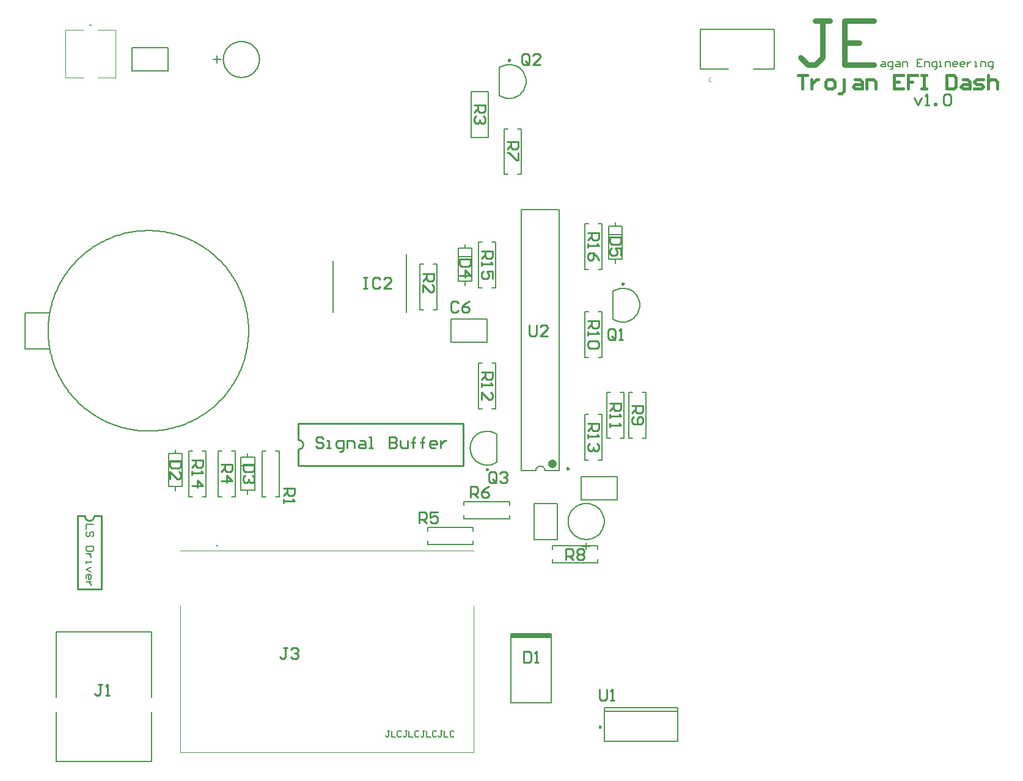
<source format=gto>
G04*
G04 #@! TF.GenerationSoftware,Altium Limited,Altium Designer,21.6.1 (37)*
G04*
G04 Layer_Color=65535*
%FSAX24Y24*%
%MOIN*%
G70*
G04*
G04 #@! TF.SameCoordinates,F5C88182-2F8C-44A9-A90F-F64FCCDA4292*
G04*
G04*
G04 #@! TF.FilePolarity,Positive*
G04*
G01*
G75*
%ADD10C,0.0079*%
%ADD11C,0.0000*%
%ADD12C,0.0098*%
%ADD13C,0.0236*%
%ADD14C,0.0100*%
%ADD15C,0.0039*%
%ADD16C,0.0060*%
%ADD17C,0.0070*%
%ADD18C,0.0150*%
%ADD19C,0.0300*%
%ADD20C,0.0059*%
%ADD21R,0.2205X0.0315*%
G54D10*
X015105Y014872D02*
X015026D01*
X015105D01*
X016785Y026600D02*
X016784Y026700D01*
X016781Y026800D01*
X016777Y026900D01*
X016770Y027000D01*
X016762Y027100D01*
X016752Y027199D01*
X016740Y027299D01*
X016726Y027398D01*
X016711Y027497D01*
X016694Y027596D01*
X016674Y027694D01*
X016653Y027792D01*
X016631Y027889D01*
X016606Y027986D01*
X016580Y028083D01*
X016552Y028179D01*
X016522Y028274D01*
X016491Y028370D01*
X016457Y028464D01*
X016422Y028558D01*
X016386Y028651D01*
X016347Y028743D01*
X016307Y028835D01*
X016265Y028926D01*
X016222Y029016D01*
X016177Y029106D01*
X016130Y029194D01*
X016082Y029282D01*
X016032Y029369D01*
X015980Y029454D01*
X015927Y029539D01*
X015873Y029623D01*
X015817Y029706D01*
X015759Y029788D01*
X015700Y029869D01*
X015639Y029948D01*
X015577Y030027D01*
X015514Y030104D01*
X015449Y030181D01*
X015382Y030256D01*
X015315Y030329D01*
X015246Y030402D01*
X015175Y030473D01*
X015104Y030543D01*
X015031Y030612D01*
X014957Y030679D01*
X014882Y030745D01*
X014805Y030810D01*
X014727Y030873D01*
X014649Y030934D01*
X014569Y030995D01*
X014488Y031053D01*
X014405Y031111D01*
X014322Y031166D01*
X014238Y031221D01*
X014153Y031273D01*
X014067Y031324D01*
X013980Y031374D01*
X013892Y031422D01*
X013803Y031468D01*
X013714Y031513D01*
X013623Y031556D01*
X013532Y031597D01*
X013440Y031637D01*
X013348Y031675D01*
X013254Y031711D01*
X013160Y031746D01*
X013066Y031779D01*
X012971Y031810D01*
X012875Y031839D01*
X012779Y031867D01*
X012682Y031893D01*
X012585Y031917D01*
X012487Y031939D01*
X012389Y031959D01*
X012291Y031978D01*
X012192Y031995D01*
X012093Y032010D01*
X011994Y032023D01*
X011895Y032035D01*
X011795Y032044D01*
X011695Y032052D01*
X011595Y032058D01*
X011495Y032062D01*
X011395Y032064D01*
X011295Y032065D01*
X011195Y032064D01*
X011095Y032060D01*
X010995Y032055D01*
X010895Y032048D01*
X010795Y032040D01*
X010696Y032029D01*
X010596Y032017D01*
X010497Y032003D01*
X010398Y031987D01*
X010300Y031969D01*
X010202Y031949D01*
X010104Y031928D01*
X010007Y031905D01*
X009910Y031880D01*
X009813Y031853D01*
X009717Y031825D01*
X009622Y031794D01*
X009527Y031762D01*
X009433Y031729D01*
X009339Y031693D01*
X009246Y031656D01*
X009154Y031617D01*
X009062Y031577D01*
X008971Y031535D01*
X008881Y031491D01*
X008792Y031445D01*
X008704Y031398D01*
X008616Y031349D01*
X008530Y031299D01*
X008444Y031247D01*
X008360Y031194D01*
X008276Y031139D01*
X008193Y031082D01*
X008112Y031024D01*
X008031Y030965D01*
X007952Y030904D01*
X007874Y030841D01*
X007797Y030777D01*
X007721Y030712D01*
X007646Y030646D01*
X007572Y030578D01*
X007500Y030508D01*
X007429Y030438D01*
X007360Y030366D01*
X007291Y030293D01*
X007224Y030218D01*
X007159Y030143D01*
X007095Y030066D01*
X007032Y029988D01*
X006970Y029909D01*
X006911Y029828D01*
X006852Y029747D01*
X006795Y029665D01*
X006740Y029581D01*
X006686Y029497D01*
X006634Y029412D01*
X006583Y029325D01*
X006534Y029238D01*
X006486Y029150D01*
X006440Y029061D01*
X006396Y028971D01*
X006354Y028881D01*
X006313Y028789D01*
X006273Y028697D01*
X006236Y028604D01*
X006200Y028511D01*
X006166Y028417D01*
X006133Y028322D01*
X006103Y028227D01*
X006074Y028131D01*
X006047Y028035D01*
X006021Y027938D01*
X005998Y027840D01*
X005976Y027743D01*
X005956Y027645D01*
X005938Y027546D01*
X005921Y027448D01*
X005907Y027348D01*
X005894Y027249D01*
X005883Y027150D01*
X005874Y027050D01*
X005866Y026950D01*
X005861Y026850D01*
X005857Y026750D01*
X005855Y026650D01*
Y026550D01*
X005857Y026450D01*
X005861Y026350D01*
X005866Y026250D01*
X005874Y026150D01*
X005883Y026050D01*
X005894Y025951D01*
X005906Y025852D01*
X005921Y025753D01*
X005938Y025654D01*
X005956Y025555D01*
X005976Y025457D01*
X005998Y025360D01*
X006021Y025262D01*
X006047Y025165D01*
X006074Y025069D01*
X006103Y024973D01*
X006133Y024878D01*
X006166Y024783D01*
X006200Y024689D01*
X006236Y024596D01*
X006273Y024503D01*
X006313Y024411D01*
X006354Y024319D01*
X006396Y024229D01*
X006440Y024139D01*
X006486Y024050D01*
X006534Y023962D01*
X006583Y023875D01*
X006634Y023788D01*
X006686Y023703D01*
X006740Y023619D01*
X006795Y023535D01*
X006852Y023453D01*
X006911Y023372D01*
X006970Y023291D01*
X007032Y023212D01*
X007094Y023134D01*
X007159Y023057D01*
X007224Y022982D01*
X007291Y022907D01*
X007360Y022834D01*
X007429Y022762D01*
X007500Y022692D01*
X007572Y022622D01*
X007646Y022554D01*
X007721Y022488D01*
X007796Y022423D01*
X007874Y022359D01*
X007952Y022296D01*
X008031Y022235D01*
X008112Y022176D01*
X008193Y022118D01*
X008276Y022061D01*
X008360Y022006D01*
X008444Y021953D01*
X008530Y021901D01*
X008616Y021851D01*
X008704Y021802D01*
X008792Y021755D01*
X008881Y021709D01*
X008971Y021665D01*
X009062Y021623D01*
X009154Y021583D01*
X009246Y021544D01*
X009339Y021507D01*
X009433Y021471D01*
X009527Y021438D01*
X009622Y021406D01*
X009717Y021375D01*
X009813Y021347D01*
X009910Y021320D01*
X010007Y021295D01*
X010104Y021272D01*
X010202Y021251D01*
X010300Y021231D01*
X010398Y021213D01*
X010497Y021197D01*
X010596Y021183D01*
X010696Y021171D01*
X010795Y021160D01*
X010895Y021152D01*
X010995Y021145D01*
X011095Y021140D01*
X011195Y021136D01*
X011295Y021135D01*
X011395Y021136D01*
X011495Y021138D01*
X011595Y021142D01*
X011695Y021148D01*
X011795Y021156D01*
X011895Y021165D01*
X011994Y021177D01*
X012093Y021190D01*
X012192Y021205D01*
X012291Y021222D01*
X012389Y021241D01*
X012487Y021261D01*
X012585Y021283D01*
X012682Y021307D01*
X012779Y021333D01*
X012875Y021361D01*
X012971Y021390D01*
X013066Y021421D01*
X013160Y021454D01*
X013254Y021489D01*
X013348Y021525D01*
X013440Y021563D01*
X013532Y021603D01*
X013623Y021644D01*
X013714Y021687D01*
X013803Y021732D01*
X013892Y021778D01*
X013980Y021826D01*
X014067Y021876D01*
X014153Y021927D01*
X014238Y021979D01*
X014322Y022034D01*
X014405Y022089D01*
X014488Y022147D01*
X014569Y022205D01*
X014648Y022266D01*
X014727Y022327D01*
X014805Y022390D01*
X014882Y022455D01*
X014957Y022521D01*
X015031Y022588D01*
X015104Y022657D01*
X015175Y022727D01*
X015246Y022798D01*
X015315Y022871D01*
X015382Y022944D01*
X015449Y023019D01*
X015514Y023096D01*
X015577Y023173D01*
X015639Y023252D01*
X015700Y023331D01*
X015759Y023412D01*
X015816Y023494D01*
X015873Y023577D01*
X015927Y023661D01*
X015980Y023746D01*
X016032Y023831D01*
X016082Y023918D01*
X016130Y024006D01*
X016177Y024094D01*
X016222Y024184D01*
X016265Y024274D01*
X016307Y024365D01*
X016347Y024457D01*
X016386Y024549D01*
X016422Y024642D01*
X016457Y024736D01*
X016491Y024830D01*
X016522Y024925D01*
X016552Y025021D01*
X016580Y025117D01*
X016606Y025214D01*
X016631Y025311D01*
X016653Y025408D01*
X016674Y025506D01*
X016694Y025604D01*
X016711Y025703D01*
X016726Y025802D01*
X016740Y025901D01*
X016752Y026000D01*
X016762Y026100D01*
X016770Y026200D01*
X016777Y026300D01*
X016781Y026400D01*
X016784Y026500D01*
X016785Y026600D01*
X008111Y043291D02*
X008189D01*
X008111D01*
X032950Y018974D02*
X032931Y019070D01*
X032877Y019151D01*
X032796Y019205D01*
X032700Y019224D01*
X032604Y019205D01*
X032523Y019151D01*
X032469Y019070D01*
X032450Y018974D01*
X017378Y041400D02*
X017373Y041500D01*
X017358Y041598D01*
X017333Y041695D01*
X017298Y041788D01*
X017254Y041878D01*
X017202Y041962D01*
X017141Y042041D01*
X017072Y042113D01*
X016996Y042178D01*
X016914Y042235D01*
X016827Y042284D01*
X016736Y042323D01*
X016640Y042353D01*
X016543Y042373D01*
X016444Y042383D01*
X016344D01*
X016245Y042373D01*
X016147Y042353D01*
X016052Y042323D01*
X015960Y042284D01*
X015873Y042235D01*
X015791Y042178D01*
X015716Y042113D01*
X015647Y042041D01*
X015586Y041962D01*
X015533Y041878D01*
X015489Y041788D01*
X015455Y041695D01*
X015430Y041598D01*
X015415Y041500D01*
X015409Y041400D01*
X015415Y041300D01*
X015430Y041202D01*
X015455Y041105D01*
X015489Y041012D01*
X015533Y040922D01*
X015586Y040838D01*
X015647Y040759D01*
X015716Y040687D01*
X015791Y040622D01*
X015873Y040565D01*
X015960Y040516D01*
X016052Y040477D01*
X016147Y040447D01*
X016245Y040427D01*
X016344Y040417D01*
X016444D01*
X016543Y040427D01*
X016640Y040447D01*
X016736Y040477D01*
X016827Y040516D01*
X016914Y040565D01*
X016996Y040622D01*
X017072Y040687D01*
X017141Y040759D01*
X017202Y040838D01*
X017254Y040922D01*
X017298Y041012D01*
X017333Y041105D01*
X017358Y041202D01*
X017373Y041300D01*
X017378Y041400D01*
X030326Y020961D02*
X030240Y021014D01*
X030149Y021057D01*
X030054Y021090D01*
X029956Y021112D01*
X029856Y021124D01*
X029755Y021124D01*
X029655Y021114D01*
X029557Y021093D01*
X029462Y021061D01*
X029370Y021019D01*
X029284Y020968D01*
X029203Y020907D01*
X029130Y020838D01*
X029065Y020762D01*
X029008Y020679D01*
X028961Y020590D01*
X028924Y020496D01*
X028897Y020400D01*
X028880Y020300D01*
X028875Y020200D01*
X028880Y020099D01*
X028897Y020000D01*
X028924Y019903D01*
X028961Y019810D01*
X029008Y019721D01*
X029065Y019638D01*
X029130Y019562D01*
X029204Y019493D01*
X029284Y019432D01*
X029370Y019381D01*
X029462Y019339D01*
X029557Y019307D01*
X029655Y019286D01*
X029755Y019276D01*
X029856Y019276D01*
X029956Y019288D01*
X030054Y019310D01*
X030149Y019343D01*
X030240Y019386D01*
X030326Y019439D01*
X030474Y039439D02*
X030560Y039386D01*
X030651Y039343D01*
X030746Y039310D01*
X030844Y039288D01*
X030944Y039276D01*
X031045Y039276D01*
X031145Y039286D01*
X031243Y039307D01*
X031338Y039339D01*
X031430Y039381D01*
X031516Y039432D01*
X031597Y039493D01*
X031670Y039562D01*
X031735Y039638D01*
X031792Y039721D01*
X031839Y039810D01*
X031876Y039904D01*
X031903Y040000D01*
X031920Y040100D01*
X031925Y040200D01*
X031920Y040300D01*
X031903Y040400D01*
X031876Y040497D01*
X031839Y040590D01*
X031792Y040679D01*
X031735Y040762D01*
X031670Y040838D01*
X031597Y040907D01*
X031516Y040968D01*
X031430Y041019D01*
X031338Y041061D01*
X031243Y041093D01*
X031145Y041114D01*
X031045Y041124D01*
X030944Y041123D01*
X030844Y041112D01*
X030746Y041090D01*
X030651Y041057D01*
X030560Y041014D01*
X030474Y040961D01*
X036674Y027239D02*
X036760Y027186D01*
X036851Y027143D01*
X036946Y027110D01*
X037044Y027088D01*
X037144Y027076D01*
X037245Y027076D01*
X037345Y027086D01*
X037443Y027107D01*
X037538Y027139D01*
X037630Y027181D01*
X037716Y027232D01*
X037797Y027293D01*
X037870Y027362D01*
X037935Y027438D01*
X037992Y027521D01*
X038039Y027610D01*
X038076Y027704D01*
X038103Y027800D01*
X038120Y027900D01*
X038125Y028000D01*
X038120Y028101D01*
X038103Y028200D01*
X038076Y028297D01*
X038039Y028390D01*
X037992Y028479D01*
X037935Y028562D01*
X037870Y028638D01*
X037796Y028707D01*
X037716Y028768D01*
X037630Y028819D01*
X037538Y028861D01*
X037443Y028893D01*
X037345Y028914D01*
X037245Y028924D01*
X037144Y028923D01*
X037044Y028912D01*
X036946Y028890D01*
X036851Y028857D01*
X036760Y028814D01*
X036674Y028761D01*
X036184Y016200D02*
X036179Y016300D01*
X036164Y016398D01*
X036139Y016495D01*
X036104Y016588D01*
X036061Y016678D01*
X036008Y016762D01*
X035947Y016841D01*
X035878Y016913D01*
X035802Y016978D01*
X035721Y017035D01*
X035633Y017084D01*
X035542Y017123D01*
X035447Y017153D01*
X035349Y017173D01*
X035250Y017183D01*
X035150D01*
X035051Y017173D01*
X034953Y017153D01*
X034858Y017123D01*
X034767Y017084D01*
X034679Y017035D01*
X034598Y016978D01*
X034522Y016913D01*
X034453Y016841D01*
X034392Y016762D01*
X034339Y016678D01*
X034296Y016588D01*
X034261Y016495D01*
X034236Y016398D01*
X034221Y016300D01*
X034216Y016200D01*
X034221Y016100D01*
X034236Y016002D01*
X034261Y015905D01*
X034296Y015812D01*
X034339Y015722D01*
X034392Y015638D01*
X034453Y015559D01*
X034522Y015487D01*
X034598Y015422D01*
X034679Y015365D01*
X034767Y015316D01*
X034858Y015277D01*
X034953Y015247D01*
X035051Y015227D01*
X035150Y015217D01*
X035250D01*
X035349Y015227D01*
X035447Y015247D01*
X035542Y015277D01*
X035633Y015316D01*
X035721Y015365D01*
X035802Y015422D01*
X035878Y015487D01*
X035947Y015559D01*
X036008Y015638D01*
X036061Y015722D01*
X036104Y015812D01*
X036139Y015905D01*
X036164Y016002D01*
X036179Y016100D01*
X036184Y016200D01*
X004595Y027584D02*
X005934D01*
X004595Y025616D02*
Y027584D01*
Y025616D02*
X005934D01*
X036192Y004197D02*
Y006047D01*
X040208Y004197D02*
Y006047D01*
X036192Y004197D02*
X040208D01*
X036192Y006047D02*
X040208D01*
X036192Y005850D02*
X040208D01*
X031657Y033226D02*
X033743D01*
X031657Y018974D02*
X032450D01*
X032950D02*
X033743D01*
X031657D02*
Y033226D01*
X033743Y018974D02*
Y033226D01*
X021400Y027600D02*
Y030400D01*
X025400Y027600D02*
Y030766D01*
X011498Y006601D02*
Y010184D01*
Y003098D02*
Y005799D01*
X006302Y003098D02*
Y005799D01*
Y003098D02*
X011498D01*
X006302Y010184D02*
X011498D01*
X006302Y006601D02*
Y010184D01*
X028928Y039640D02*
X029872D01*
Y037160D02*
Y039640D01*
X028928Y037160D02*
Y039640D01*
Y037160D02*
X029872D01*
X031098Y006310D02*
X033302D01*
X031098D02*
Y010090D01*
X033302Y006310D02*
Y010090D01*
X029784Y025970D02*
Y027230D01*
X027816D02*
X029784D01*
X027816Y025970D02*
Y027230D01*
Y025970D02*
X029784D01*
X036452Y031849D02*
X037148D01*
X036800Y030293D02*
Y030502D01*
Y032298D02*
Y032507D01*
X036424Y032298D02*
X037176D01*
X036424Y030502D02*
Y032298D01*
Y030502D02*
X037176D01*
Y032298D01*
X030326Y019439D02*
Y020961D01*
X035128Y029960D02*
Y032440D01*
X036072Y029960D02*
Y032440D01*
X035865D02*
X036072D01*
X035128Y029960D02*
X035335D01*
X035128Y032440D02*
X035335D01*
X035865Y029960D02*
X036072D01*
X030272Y022360D02*
Y024840D01*
X029328Y022360D02*
Y024840D01*
Y022360D02*
X029535D01*
X030065Y024840D02*
X030272D01*
X030065Y022360D02*
X030272D01*
X029328Y024840D02*
X029535D01*
X014472Y017560D02*
Y020040D01*
X013528Y017560D02*
Y020040D01*
Y017560D02*
X013735D01*
X014265Y020040D02*
X014472D01*
X014265Y017560D02*
X014472D01*
X013528Y020040D02*
X013735D01*
X030474Y039439D02*
Y040961D01*
X036674Y027239D02*
Y028761D01*
X035128Y025160D02*
Y027640D01*
X036072Y025160D02*
Y027640D01*
X035865D02*
X036072D01*
X035128Y025160D02*
X035335D01*
X035128Y027640D02*
X035335D01*
X035865Y025160D02*
X036072D01*
X037528Y020760D02*
Y023240D01*
X038472Y020760D02*
Y023240D01*
X038265D02*
X038472D01*
X037528Y020760D02*
X037735D01*
X037528Y023240D02*
X037735D01*
X038265Y020760D02*
X038472D01*
X037272D02*
Y023240D01*
X036328Y020760D02*
Y023240D01*
Y020760D02*
X036535D01*
X037065Y023240D02*
X037272D01*
X037065Y020760D02*
X037272D01*
X036328Y023240D02*
X036535D01*
X036072Y019560D02*
Y022040D01*
X035128Y019560D02*
Y022040D01*
Y019560D02*
X035335D01*
X035865Y022040D02*
X036072D01*
X035865Y019560D02*
X036072D01*
X035128Y022040D02*
X035335D01*
X016394Y019249D02*
X017091D01*
X016743Y017693D02*
Y017902D01*
Y019698D02*
Y019907D01*
X016367Y019698D02*
X017119D01*
X016367Y017902D02*
Y019698D01*
Y017902D02*
X017119D01*
Y019698D01*
X012452Y019449D02*
X013148D01*
X012800Y017893D02*
Y018102D01*
Y019898D02*
Y020107D01*
X012424Y019898D02*
X013176D01*
X012424Y018102D02*
Y019898D01*
Y018102D02*
X013176D01*
Y019898D01*
X033360Y014872D02*
X035840D01*
X033360Y013928D02*
X035840D01*
Y014135D01*
X033360Y014665D02*
Y014872D01*
X035840Y014665D02*
Y014872D01*
X033360Y013928D02*
Y014135D01*
X028252Y030649D02*
X028948D01*
X028600Y029093D02*
Y029302D01*
Y031098D02*
Y031307D01*
X028224Y031098D02*
X028976D01*
X028224Y029302D02*
Y031098D01*
Y029302D02*
X028976D01*
Y031098D01*
X029328Y028960D02*
Y031440D01*
X030272Y028960D02*
Y031440D01*
X030065D02*
X030272D01*
X029328Y028960D02*
X029535D01*
X029328Y031440D02*
X029535D01*
X030065Y028960D02*
X030272D01*
X032370Y015216D02*
X033630D01*
Y017184D01*
X032370D02*
X033630D01*
X032370Y015216D02*
Y017184D01*
X015128Y020040D02*
X015335D01*
X015865Y017560D02*
X016072D01*
X015865Y020040D02*
X016072D01*
X015128Y017560D02*
X015335D01*
X015128D02*
Y020040D01*
X016072Y017560D02*
Y020040D01*
X018265Y017560D02*
X018472D01*
X017528Y020040D02*
X017735D01*
X017528Y017560D02*
X017735D01*
X018265Y020040D02*
X018472D01*
Y017560D02*
Y020040D01*
X017528Y017560D02*
Y020040D01*
X026865Y027760D02*
X027072D01*
X026128Y030240D02*
X026335D01*
X026128Y027760D02*
X026335D01*
X026865Y030240D02*
X027072D01*
Y027760D02*
Y030240D01*
X026128Y027760D02*
Y030240D01*
X030728Y035131D02*
Y037612D01*
X031672Y035131D02*
Y037612D01*
X031465D02*
X031672D01*
X030728Y035131D02*
X030935D01*
X030728Y037612D02*
X030935D01*
X031465Y035131D02*
X031672D01*
X010416Y040770D02*
Y042030D01*
Y040770D02*
X012384D01*
Y042030D01*
X010416D02*
X012384D01*
X026560Y014928D02*
X029040D01*
X026560Y015872D02*
X029040D01*
X026560Y015665D02*
Y015872D01*
X029040Y014928D02*
Y015135D01*
X026560Y014928D02*
Y015135D01*
X029040Y015665D02*
Y015872D01*
X028531Y016328D02*
X031012D01*
X028531Y017272D02*
X031012D01*
X028531Y017065D02*
Y017272D01*
X031012Y016328D02*
Y016535D01*
X028531Y016328D02*
Y016535D01*
X031012Y017065D02*
Y017272D01*
X034924Y017370D02*
Y018630D01*
Y017370D02*
X036892D01*
Y018630D01*
X034924D02*
X036892D01*
G54D11*
X041971Y040440D02*
X041899Y040355D01*
X041907Y040244D01*
X041989Y040170D01*
G54D12*
X035985Y005000D02*
X035912Y005043D01*
Y004957D01*
X035985Y005000D01*
X034249Y019088D02*
X034175Y019131D01*
Y019046D01*
X034249Y019088D01*
X029849Y019039D02*
X029775Y019081D01*
Y018996D01*
X029849Y019039D01*
X031049Y041361D02*
X030975Y041404D01*
Y041319D01*
X031049Y041361D01*
X037249Y029161D02*
X037175Y029204D01*
Y029119D01*
X037249Y029161D01*
G54D13*
X033468Y019368D02*
X033423Y019460D01*
X033323Y019483D01*
X033243Y019419D01*
Y019316D01*
X033323Y019253D01*
X033423Y019275D01*
X033468Y019368D01*
G54D14*
X019500Y020150D02*
X019596Y020169D01*
X019677Y020223D01*
X019731Y020304D01*
X019750Y020400D01*
X019731Y020496D01*
X019677Y020577D01*
X019596Y020631D01*
X019500Y020650D01*
X007850Y016500D02*
X007869Y016404D01*
X007923Y016323D01*
X008004Y016269D01*
X008100Y016250D01*
X008196Y016269D01*
X008277Y016323D01*
X008331Y016404D01*
X008350Y016500D01*
X019500Y019250D02*
X028500D01*
Y021550D01*
X019500D02*
X028500D01*
X019500Y020650D02*
Y021550D01*
Y019250D02*
Y020150D01*
X007450Y012500D02*
Y016500D01*
Y012500D02*
X008750D01*
Y016500D01*
X008350D02*
X008750D01*
X007450D02*
X007850D01*
X053100Y039300D02*
X053300Y038900D01*
X053500Y039300D01*
X053700Y038900D02*
X053900D01*
X053800D01*
Y039500D01*
X053700Y039400D01*
X054200Y038900D02*
Y039000D01*
X054300D01*
Y038900D01*
X054200D01*
X054699Y039400D02*
X054799Y039500D01*
X054999D01*
X055099Y039400D01*
Y039000D01*
X054999Y038900D01*
X054799D01*
X054699Y039000D01*
Y039400D01*
X018900Y009300D02*
X018700D01*
X018800D01*
Y008800D01*
X018700Y008700D01*
X018600D01*
X018500Y008800D01*
X019100Y009200D02*
X019200Y009300D01*
X019400D01*
X019500Y009200D01*
Y009100D01*
X019400Y009000D01*
X019300D01*
X019400D01*
X019500Y008900D01*
Y008800D01*
X019400Y008700D01*
X019200D01*
X019100Y008800D01*
X035940Y007060D02*
Y006560D01*
X036040Y006460D01*
X036240D01*
X036340Y006560D01*
Y007060D01*
X036540Y006460D02*
X036740D01*
X036640D01*
Y007060D01*
X036540Y006960D01*
X032100Y026900D02*
Y026400D01*
X032200Y026300D01*
X032400D01*
X032500Y026400D01*
Y026900D01*
X033100Y026300D02*
X032700D01*
X033100Y026700D01*
Y026800D01*
X033000Y026900D01*
X032800D01*
X032700Y026800D01*
X023050Y029500D02*
X023250D01*
X023150D01*
Y028900D01*
X023050D01*
X023250D01*
X023950Y029400D02*
X023850Y029500D01*
X023650D01*
X023550Y029400D01*
Y029000D01*
X023650Y028900D01*
X023850D01*
X023950Y029000D01*
X024550Y028900D02*
X024150D01*
X024550Y029300D01*
Y029400D01*
X024450Y029500D01*
X024250D01*
X024150Y029400D01*
X008800Y007300D02*
X008600D01*
X008700D01*
Y006800D01*
X008600Y006700D01*
X008500D01*
X008400Y006800D01*
X009000Y006700D02*
X009200D01*
X009100D01*
Y007300D01*
X009000Y007200D01*
X029100Y038900D02*
X029700D01*
Y038600D01*
X029600Y038500D01*
X029400D01*
X029300Y038600D01*
Y038900D01*
Y038700D02*
X029100Y038500D01*
X029600Y038300D02*
X029700Y038200D01*
Y038000D01*
X029600Y037900D01*
X029500D01*
X029400Y038000D01*
Y038100D01*
Y038000D01*
X029300Y037900D01*
X029200D01*
X029100Y038000D01*
Y038200D01*
X029200Y038300D01*
X020851Y020700D02*
X020751Y020800D01*
X020551D01*
X020451Y020700D01*
Y020600D01*
X020551Y020500D01*
X020751D01*
X020851Y020400D01*
Y020300D01*
X020751Y020200D01*
X020551D01*
X020451Y020300D01*
X021051Y020200D02*
X021251D01*
X021151D01*
Y020600D01*
X021051D01*
X021751Y020000D02*
X021851D01*
X021951Y020100D01*
Y020600D01*
X021651D01*
X021551Y020500D01*
Y020300D01*
X021651Y020200D01*
X021951D01*
X022151D02*
Y020600D01*
X022450D01*
X022550Y020500D01*
Y020200D01*
X022850Y020600D02*
X023050D01*
X023150Y020500D01*
Y020200D01*
X022850D01*
X022750Y020300D01*
X022850Y020400D01*
X023150D01*
X023350Y020200D02*
X023550D01*
X023450D01*
Y020800D01*
X023350D01*
X024450D02*
Y020200D01*
X024750D01*
X024850Y020300D01*
Y020400D01*
X024750Y020500D01*
X024450D01*
X024750D01*
X024850Y020600D01*
Y020700D01*
X024750Y020800D01*
X024450D01*
X025050Y020600D02*
Y020300D01*
X025150Y020200D01*
X025450D01*
Y020600D01*
X025749Y020200D02*
Y020700D01*
Y020500D01*
X025649D01*
X025849D01*
X025749D01*
Y020700D01*
X025849Y020800D01*
X026249Y020200D02*
Y020700D01*
Y020500D01*
X026149D01*
X026349D01*
X026249D01*
Y020700D01*
X026349Y020800D01*
X026949Y020200D02*
X026749D01*
X026649Y020300D01*
Y020500D01*
X026749Y020600D01*
X026949D01*
X027049Y020500D01*
Y020400D01*
X026649D01*
X027249Y020600D02*
Y020200D01*
Y020400D01*
X027349Y020500D01*
X027449Y020600D01*
X027549D01*
X031800Y009100D02*
Y008500D01*
X032100D01*
X032200Y008600D01*
Y009000D01*
X032100Y009100D01*
X031800D01*
X032400Y008500D02*
X032600D01*
X032500D01*
Y009100D01*
X032400Y009000D01*
X028240Y028110D02*
X028140Y028210D01*
X027940D01*
X027840Y028110D01*
Y027710D01*
X027940Y027610D01*
X028140D01*
X028240Y027710D01*
X028840Y028210D02*
X028640Y028110D01*
X028440Y027910D01*
Y027710D01*
X028540Y027610D01*
X028740D01*
X028840Y027710D01*
Y027810D01*
X028740Y027910D01*
X028440D01*
X037100Y031700D02*
X036500D01*
Y031400D01*
X036600Y031300D01*
X037000D01*
X037100Y031400D01*
Y031700D01*
Y030700D02*
Y031100D01*
X036800D01*
X036900Y030900D01*
Y030800D01*
X036800Y030700D01*
X036600D01*
X036500Y030800D01*
Y031000D01*
X036600Y031100D01*
X030300Y018400D02*
Y018800D01*
X030200Y018900D01*
X030000D01*
X029900Y018800D01*
Y018400D01*
X030000Y018300D01*
X030200D01*
X030100Y018500D02*
X030300Y018300D01*
X030200D02*
X030300Y018400D01*
X030500Y018800D02*
X030600Y018900D01*
X030800D01*
X030900Y018800D01*
Y018700D01*
X030800Y018600D01*
X030700D01*
X030800D01*
X030900Y018500D01*
Y018400D01*
X030800Y018300D01*
X030600D01*
X030500Y018400D01*
X035300Y031950D02*
X035900D01*
Y031650D01*
X035800Y031550D01*
X035600D01*
X035500Y031650D01*
Y031950D01*
Y031750D02*
X035300Y031550D01*
Y031350D02*
Y031150D01*
Y031250D01*
X035900D01*
X035800Y031350D01*
X035900Y030450D02*
X035800Y030650D01*
X035600Y030850D01*
X035400D01*
X035300Y030750D01*
Y030550D01*
X035400Y030450D01*
X035500D01*
X035600Y030550D01*
Y030850D01*
X029500Y030950D02*
X030100D01*
Y030650D01*
X030000Y030550D01*
X029800D01*
X029700Y030650D01*
Y030950D01*
Y030750D02*
X029500Y030550D01*
Y030350D02*
Y030150D01*
Y030250D01*
X030100D01*
X030000Y030350D01*
X030100Y029450D02*
Y029850D01*
X029800D01*
X029900Y029650D01*
Y029550D01*
X029800Y029450D01*
X029600D01*
X029500Y029550D01*
Y029750D01*
X029600Y029850D01*
X029500Y024350D02*
X030100D01*
Y024050D01*
X030000Y023950D01*
X029800D01*
X029700Y024050D01*
Y024350D01*
Y024150D02*
X029500Y023950D01*
Y023750D02*
Y023550D01*
Y023650D01*
X030100D01*
X030000Y023750D01*
X029500Y022850D02*
Y023250D01*
X029900Y022850D01*
X030000D01*
X030100Y022950D01*
Y023150D01*
X030000Y023250D01*
X013700Y019550D02*
X014300D01*
Y019250D01*
X014200Y019150D01*
X014000D01*
X013900Y019250D01*
Y019550D01*
Y019350D02*
X013700Y019150D01*
Y018950D02*
Y018750D01*
Y018850D01*
X014300D01*
X014200Y018950D01*
X013700Y018150D02*
X014300D01*
X014000Y018450D01*
Y018050D01*
X032100Y041200D02*
Y041600D01*
X032000Y041700D01*
X031800D01*
X031700Y041600D01*
Y041200D01*
X031800Y041100D01*
X032000D01*
X031900Y041300D02*
X032100Y041100D01*
X032000D02*
X032100Y041200D01*
X032700Y041100D02*
X032300D01*
X032700Y041500D01*
Y041600D01*
X032600Y041700D01*
X032400D01*
X032300Y041600D01*
X036800Y026200D02*
Y026600D01*
X036700Y026700D01*
X036500D01*
X036400Y026600D01*
Y026200D01*
X036500Y026100D01*
X036700D01*
X036600Y026300D02*
X036800Y026100D01*
X036700D02*
X036800Y026200D01*
X037000Y026100D02*
X037200D01*
X037100D01*
Y026700D01*
X037000Y026600D01*
X035300Y027150D02*
X035900D01*
Y026850D01*
X035800Y026750D01*
X035600D01*
X035500Y026850D01*
Y027150D01*
Y026950D02*
X035300Y026750D01*
Y026550D02*
Y026350D01*
Y026450D01*
X035900D01*
X035800Y026550D01*
Y026050D02*
X035900Y025950D01*
Y025750D01*
X035800Y025650D01*
X035400D01*
X035300Y025750D01*
Y025950D01*
X035400Y026050D01*
X035800D01*
X037700Y022512D02*
X038300D01*
Y022212D01*
X038200Y022112D01*
X038000D01*
X037900Y022212D01*
Y022512D01*
Y022312D02*
X037700Y022112D01*
X037800Y021912D02*
X037700Y021812D01*
Y021612D01*
X037800Y021512D01*
X038200D01*
X038300Y021612D01*
Y021812D01*
X038200Y021912D01*
X038100D01*
X038000Y021812D01*
Y021512D01*
X036500Y022650D02*
X037100D01*
Y022350D01*
X037000Y022250D01*
X036800D01*
X036700Y022350D01*
Y022650D01*
Y022450D02*
X036500Y022250D01*
Y022050D02*
Y021850D01*
Y021950D01*
X037100D01*
X037000Y022050D01*
X036500Y021550D02*
Y021350D01*
Y021450D01*
X037100D01*
X037000Y021550D01*
X035300Y021550D02*
X035900D01*
Y021250D01*
X035800Y021150D01*
X035600D01*
X035500Y021250D01*
Y021550D01*
Y021350D02*
X035300Y021150D01*
Y020950D02*
Y020750D01*
Y020850D01*
X035900D01*
X035800Y020950D01*
Y020450D02*
X035900Y020350D01*
Y020150D01*
X035800Y020050D01*
X035700D01*
X035600Y020150D01*
Y020250D01*
Y020150D01*
X035500Y020050D01*
X035400D01*
X035300Y020150D01*
Y020350D01*
X035400Y020450D01*
X017100Y019300D02*
X016500D01*
Y019000D01*
X016600Y018900D01*
X017000D01*
X017100Y019000D01*
Y019300D01*
X017000Y018700D02*
X017100Y018600D01*
Y018400D01*
X017000Y018300D01*
X016900D01*
X016800Y018400D01*
Y018500D01*
Y018400D01*
X016700Y018300D01*
X016600D01*
X016500Y018400D01*
Y018600D01*
X016600Y018700D01*
X013100Y019500D02*
X012500D01*
Y019200D01*
X012600Y019100D01*
X013000D01*
X013100Y019200D01*
Y019500D01*
X012500Y018500D02*
Y018900D01*
X012900Y018500D01*
X013000D01*
X013100Y018600D01*
Y018800D01*
X013000Y018900D01*
X034100Y014100D02*
Y014700D01*
X034400D01*
X034500Y014600D01*
Y014400D01*
X034400Y014300D01*
X034100D01*
X034300D02*
X034500Y014100D01*
X034700Y014600D02*
X034800Y014700D01*
X035000D01*
X035100Y014600D01*
Y014500D01*
X035000Y014400D01*
X035100Y014300D01*
Y014200D01*
X035000Y014100D01*
X034800D01*
X034700Y014200D01*
Y014300D01*
X034800Y014400D01*
X034700Y014500D01*
Y014600D01*
X034800Y014400D02*
X035000D01*
X028900Y030500D02*
X028300D01*
Y030200D01*
X028400Y030100D01*
X028800D01*
X028900Y030200D01*
Y030500D01*
X028300Y029600D02*
X028900D01*
X028600Y029900D01*
Y029500D01*
X015300Y019300D02*
X015900D01*
Y019000D01*
X015800Y018900D01*
X015600D01*
X015500Y019000D01*
Y019300D01*
Y019100D02*
X015300Y018900D01*
Y018400D02*
X015900D01*
X015600Y018700D01*
Y018300D01*
X018700Y018000D02*
X019300D01*
Y017700D01*
X019200Y017600D01*
X019000D01*
X018900Y017700D01*
Y018000D01*
Y017800D02*
X018700Y017600D01*
Y017400D02*
Y017200D01*
Y017300D01*
X019300D01*
X019200Y017400D01*
X026300Y029700D02*
X026900D01*
Y029400D01*
X026800Y029300D01*
X026600D01*
X026500Y029400D01*
Y029700D01*
Y029500D02*
X026300Y029300D01*
Y028700D02*
Y029100D01*
X026700Y028700D01*
X026800D01*
X026900Y028800D01*
Y029000D01*
X026800Y029100D01*
X030900Y036900D02*
X031500D01*
Y036600D01*
X031400Y036500D01*
X031200D01*
X031100Y036600D01*
Y036900D01*
Y036700D02*
X030900Y036500D01*
X031500Y036300D02*
Y035900D01*
X031400D01*
X031000Y036300D01*
X030900D01*
X026100Y016100D02*
Y016700D01*
X026400D01*
X026500Y016600D01*
Y016400D01*
X026400Y016300D01*
X026100D01*
X026300D02*
X026500Y016100D01*
X027100Y016700D02*
X026700D01*
Y016400D01*
X026900Y016500D01*
X027000D01*
X027100Y016400D01*
Y016200D01*
X027000Y016100D01*
X026800D01*
X026700Y016200D01*
X028900Y017500D02*
Y018100D01*
X029200D01*
X029300Y018000D01*
Y017800D01*
X029200Y017700D01*
X028900D01*
X029100D02*
X029300Y017500D01*
X029900Y018100D02*
X029700Y018000D01*
X029500Y017800D01*
Y017600D01*
X029600Y017500D01*
X029800D01*
X029900Y017600D01*
Y017700D01*
X029800Y017800D01*
X029500D01*
G54D15*
X013050Y003612D02*
X029050D01*
Y011612D01*
X013050Y003612D02*
Y011612D01*
Y014596D02*
X029050D01*
X006784Y040401D02*
X007756D01*
X006784D02*
Y042999D01*
X007756D01*
X008544Y040401D02*
X009540D01*
Y042999D01*
X008544D02*
X009540D01*
G54D16*
X041440Y040870D02*
Y043040D01*
X045460D01*
Y040870D02*
Y043040D01*
X041440Y040870D02*
X042960D01*
X044340D02*
X045460D01*
X024473Y004780D02*
X024367D01*
X024420D01*
Y004513D01*
X024367Y004460D01*
X024313D01*
X024260Y004513D01*
X024580Y004780D02*
Y004460D01*
X024793D01*
X025113Y004727D02*
X025060Y004780D01*
X024953D01*
X024900Y004727D01*
Y004513D01*
X024953Y004460D01*
X025060D01*
X025113Y004513D01*
X025433Y004780D02*
X025326D01*
X025380D01*
Y004513D01*
X025326Y004460D01*
X025273D01*
X025220Y004513D01*
X025540Y004780D02*
Y004460D01*
X025753D01*
X026073Y004727D02*
X026019Y004780D01*
X025913D01*
X025859Y004727D01*
Y004513D01*
X025913Y004460D01*
X026019D01*
X026073Y004513D01*
X026393Y004780D02*
X026286D01*
X026339D01*
Y004513D01*
X026286Y004460D01*
X026233D01*
X026179Y004513D01*
X026499Y004780D02*
Y004460D01*
X026713D01*
X027032Y004727D02*
X026979Y004780D01*
X026872D01*
X026819Y004727D01*
Y004513D01*
X026872Y004460D01*
X026979D01*
X027032Y004513D01*
X027352Y004780D02*
X027246D01*
X027299D01*
Y004513D01*
X027246Y004460D01*
X027192D01*
X027139Y004513D01*
X027459Y004780D02*
Y004460D01*
X027672D01*
X027992Y004727D02*
X027939Y004780D01*
X027832D01*
X027779Y004727D01*
Y004513D01*
X027832Y004460D01*
X027939D01*
X027992Y004513D01*
G54D17*
X051337Y041270D02*
X051470D01*
X051537Y041203D01*
Y041003D01*
X051337D01*
X051270Y041070D01*
X051337Y041137D01*
X051537D01*
X051803Y040870D02*
X051870D01*
X051936Y040937D01*
Y041270D01*
X051737D01*
X051670Y041203D01*
Y041070D01*
X051737Y041003D01*
X051936D01*
X052136Y041270D02*
X052270D01*
X052336Y041203D01*
Y041003D01*
X052136D01*
X052070Y041070D01*
X052136Y041137D01*
X052336D01*
X052470Y041003D02*
Y041270D01*
X052670D01*
X052736Y041203D01*
Y041003D01*
X053536Y041403D02*
X053269D01*
Y041003D01*
X053536D01*
X053269Y041203D02*
X053403D01*
X053669Y041003D02*
Y041270D01*
X053869D01*
X053936Y041203D01*
Y041003D01*
X054202Y040870D02*
X054269D01*
X054336Y040937D01*
Y041270D01*
X054136D01*
X054069Y041203D01*
Y041070D01*
X054136Y041003D01*
X054336D01*
X054469D02*
X054602D01*
X054536D01*
Y041270D01*
X054469D01*
X054802Y041003D02*
Y041270D01*
X055002D01*
X055069Y041203D01*
Y041003D01*
X055402D02*
X055269D01*
X055202Y041070D01*
Y041203D01*
X055269Y041270D01*
X055402D01*
X055469Y041203D01*
Y041137D01*
X055202D01*
X055802Y041003D02*
X055669D01*
X055602Y041070D01*
Y041203D01*
X055669Y041270D01*
X055802D01*
X055869Y041203D01*
Y041137D01*
X055602D01*
X056002Y041270D02*
Y041003D01*
Y041137D01*
X056068Y041203D01*
X056135Y041270D01*
X056202D01*
X056402Y041003D02*
X056535D01*
X056468D01*
Y041270D01*
X056402D01*
X056735Y041003D02*
Y041270D01*
X056935D01*
X057001Y041203D01*
Y041003D01*
X057268Y040870D02*
X057335D01*
X057401Y040937D01*
Y041270D01*
X057201D01*
X057135Y041203D01*
Y041070D01*
X057201Y041003D01*
X057401D01*
X008320Y016030D02*
X007920D01*
Y015763D01*
X008253Y015364D02*
X008320Y015430D01*
Y015563D01*
X008253Y015630D01*
X008187D01*
X008120Y015563D01*
Y015430D01*
X008053Y015364D01*
X007987D01*
X007920Y015430D01*
Y015563D01*
X007987Y015630D01*
X008320Y014830D02*
X007920D01*
Y014630D01*
X007987Y014564D01*
X008253D01*
X008320Y014630D01*
Y014830D01*
X008187Y014431D02*
X007920D01*
X008053D01*
X008120Y014364D01*
X008187Y014297D01*
Y014231D01*
X007920Y014031D02*
Y013897D01*
Y013964D01*
X008187D01*
Y014031D01*
Y013697D02*
X007920Y013564D01*
X008187Y013431D01*
X007920Y013098D02*
Y013231D01*
X007987Y013298D01*
X008120D01*
X008187Y013231D01*
Y013098D01*
X008120Y013031D01*
X008053D01*
Y013298D01*
X008187Y012898D02*
X007920D01*
X008053D01*
X008120Y012831D01*
X008187Y012764D01*
Y012698D01*
G54D18*
X046750Y040550D02*
X047250D01*
X047000D01*
Y039800D01*
X047500Y040300D02*
Y039800D01*
Y040050D01*
X047625Y040175D01*
X047750Y040300D01*
X047875D01*
X048374Y039800D02*
X048624D01*
X048749Y039925D01*
Y040175D01*
X048624Y040300D01*
X048374D01*
X048250Y040175D01*
Y039925D01*
X048374Y039800D01*
X048999Y039550D02*
X049124D01*
X049249Y039675D01*
Y040300D01*
X049874D02*
X050124D01*
X050249Y040175D01*
Y039800D01*
X049874D01*
X049749Y039925D01*
X049874Y040050D01*
X050249D01*
X050499Y039800D02*
Y040300D01*
X050874D01*
X050999Y040175D01*
Y039800D01*
X052498Y040550D02*
X051998D01*
Y039800D01*
X052498D01*
X051998Y040175D02*
X052248D01*
X053248Y040550D02*
X052748D01*
Y040175D01*
X052998D01*
X052748D01*
Y039800D01*
X053498Y040550D02*
X053748D01*
X053623D01*
Y039800D01*
X053498D01*
X053748D01*
X054872Y040550D02*
Y039800D01*
X055247D01*
X055372Y039925D01*
Y040425D01*
X055247Y040550D01*
X054872D01*
X055747Y040300D02*
X055997D01*
X056122Y040175D01*
Y039800D01*
X055747D01*
X055622Y039925D01*
X055747Y040050D01*
X056122D01*
X056372Y039800D02*
X056747D01*
X056872Y039925D01*
X056747Y040050D01*
X056497D01*
X056372Y040175D01*
X056497Y040300D01*
X056872D01*
X057122Y040550D02*
Y039800D01*
Y040175D01*
X057247Y040300D01*
X057497D01*
X057621Y040175D01*
Y039800D01*
G54D19*
X048499Y043499D02*
X047700D01*
X048100D01*
Y041500D01*
X047700Y041100D01*
X047300D01*
X046900Y041500D01*
X050899Y043499D02*
X049299D01*
Y041100D01*
X050899D01*
X049299Y042300D02*
X050099D01*
G54D20*
X014855Y041405D02*
X015249D01*
X015052Y041602D02*
Y041208D01*
X035195Y014661D02*
Y015055D01*
X034998Y014858D02*
X035392D01*
G54D21*
X032200Y009972D02*
D03*
M02*

</source>
